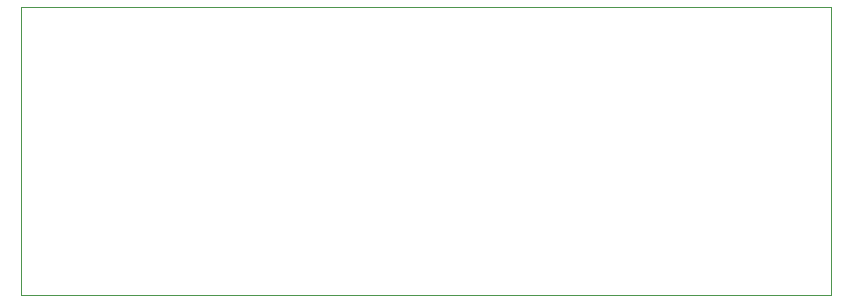
<source format=gbr>
%TF.GenerationSoftware,KiCad,Pcbnew,(6.0.4-0)*%
%TF.CreationDate,2022-09-11T17:37:58+09:00*%
%TF.ProjectId,machinev2,6d616368-696e-4657-9632-2e6b69636164,rev?*%
%TF.SameCoordinates,Original*%
%TF.FileFunction,Profile,NP*%
%FSLAX46Y46*%
G04 Gerber Fmt 4.6, Leading zero omitted, Abs format (unit mm)*
G04 Created by KiCad (PCBNEW (6.0.4-0)) date 2022-09-11 17:37:58*
%MOMM*%
%LPD*%
G01*
G04 APERTURE LIST*
%TA.AperFunction,Profile*%
%ADD10C,0.100000*%
%TD*%
G04 APERTURE END LIST*
D10*
X101854000Y-82804000D02*
X170434000Y-82804000D01*
X170434000Y-82804000D02*
X170434000Y-107188000D01*
X170434000Y-107188000D02*
X101854000Y-107188000D01*
X101854000Y-107188000D02*
X101854000Y-82804000D01*
M02*

</source>
